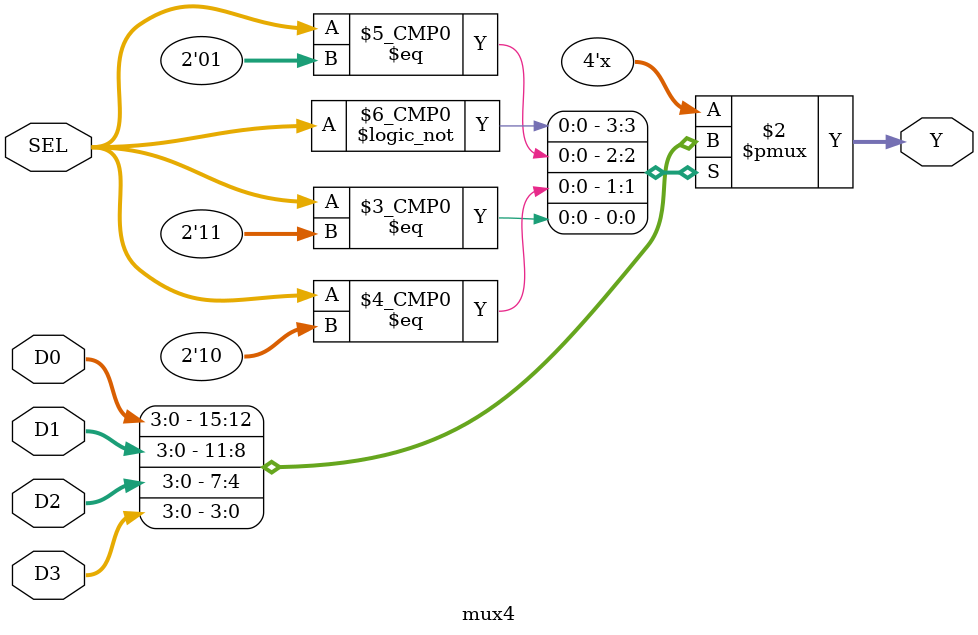
<source format=v>

module mux4(D0, D1, D2, D3, SEL, Y);
    input [3:0] D0, D1, D2, D3;
    input [1:0] SEL;
    output [3:0] Y;
    reg [3:0] Y;
    
    always @ (D0 or D1 or D2 or D3 or SEL)
    begin
        case(SEL)
            0: Y = D0;
            1: Y = D1;
            2: Y = D2;
            3: Y = D3;
        endcase
    end
endmodule

</source>
